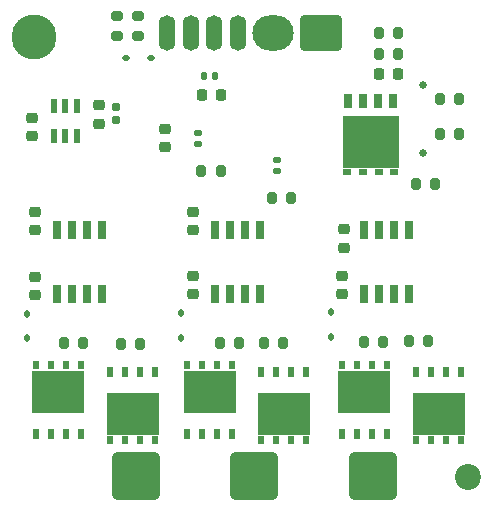
<source format=gbs>
%TF.GenerationSoftware,KiCad,Pcbnew,9.0.0*%
%TF.CreationDate,2025-04-09T22:07:22+02:00*%
%TF.ProjectId,ESC,4553432e-6b69-4636-9164-5f7063625858,rev?*%
%TF.SameCoordinates,Original*%
%TF.FileFunction,Soldermask,Bot*%
%TF.FilePolarity,Negative*%
%FSLAX45Y45*%
G04 Gerber Fmt 4.5, Leading zero omitted, Abs format (unit mm)*
G04 Created by KiCad (PCBNEW 9.0.0) date 2025-04-09 22:07:22*
%MOMM*%
%LPD*%
G01*
G04 APERTURE LIST*
G04 Aperture macros list*
%AMRoundRect*
0 Rectangle with rounded corners*
0 $1 Rounding radius*
0 $2 $3 $4 $5 $6 $7 $8 $9 X,Y pos of 4 corners*
0 Add a 4 corners polygon primitive as box body*
4,1,4,$2,$3,$4,$5,$6,$7,$8,$9,$2,$3,0*
0 Add four circle primitives for the rounded corners*
1,1,$1+$1,$2,$3*
1,1,$1+$1,$4,$5*
1,1,$1+$1,$6,$7*
1,1,$1+$1,$8,$9*
0 Add four rect primitives between the rounded corners*
20,1,$1+$1,$2,$3,$4,$5,0*
20,1,$1+$1,$4,$5,$6,$7,0*
20,1,$1+$1,$6,$7,$8,$9,0*
20,1,$1+$1,$8,$9,$2,$3,0*%
G04 Aperture macros list end*
%ADD10RoundRect,0.333333X1.666667X1.666667X-1.666667X1.666667X-1.666667X-1.666667X1.666667X-1.666667X0*%
%ADD11C,3.800000*%
%ADD12C,2.200000*%
%ADD13C,0.650000*%
%ADD14O,1.400000X3.000000*%
%ADD15RoundRect,0.250000X1.500000X1.250000X-1.500000X1.250000X-1.500000X-1.250000X1.500000X-1.250000X0*%
%ADD16O,3.500000X3.000000*%
%ADD17RoundRect,0.225000X-0.250000X0.225000X-0.250000X-0.225000X0.250000X-0.225000X0.250000X0.225000X0*%
%ADD18R,0.500000X0.925000*%
%ADD19R,0.600000X0.800000*%
%ADD20R,4.410000X3.655000*%
%ADD21RoundRect,0.200000X-0.200000X-0.275000X0.200000X-0.275000X0.200000X0.275000X-0.200000X0.275000X0*%
%ADD22RoundRect,0.225000X0.250000X-0.225000X0.250000X0.225000X-0.250000X0.225000X-0.250000X-0.225000X0*%
%ADD23RoundRect,0.200000X0.275000X-0.200000X0.275000X0.200000X-0.275000X0.200000X-0.275000X-0.200000X0*%
%ADD24RoundRect,0.112500X-0.187500X-0.112500X0.187500X-0.112500X0.187500X0.112500X-0.187500X0.112500X0*%
%ADD25RoundRect,0.140000X-0.170000X0.140000X-0.170000X-0.140000X0.170000X-0.140000X0.170000X0.140000X0*%
%ADD26R,0.700000X1.525000*%
%ADD27RoundRect,0.155000X0.155000X-0.212500X0.155000X0.212500X-0.155000X0.212500X-0.155000X-0.212500X0*%
%ADD28RoundRect,0.140000X0.140000X0.170000X-0.140000X0.170000X-0.140000X-0.170000X0.140000X-0.170000X0*%
%ADD29RoundRect,0.112500X-0.112500X0.187500X-0.112500X-0.187500X0.112500X-0.187500X0.112500X0.187500X0*%
%ADD30RoundRect,0.225000X0.225000X0.250000X-0.225000X0.250000X-0.225000X-0.250000X0.225000X-0.250000X0*%
%ADD31R,0.700000X0.500000*%
%ADD32R,4.700000X4.500000*%
%ADD33R,0.650000X1.200000*%
%ADD34RoundRect,0.200000X0.200000X0.275000X-0.200000X0.275000X-0.200000X-0.275000X0.200000X-0.275000X0*%
%ADD35R,0.600000X1.250000*%
G04 APERTURE END LIST*
D10*
%TO.C,C25*%
X5140000Y-6101000D03*
X4140000Y-6100000D03*
X3140000Y-6100000D03*
%TD*%
D11*
%TO.C,H1*%
X2275000Y-2385000D03*
%TD*%
D12*
%TO.C,H2*%
X5950000Y-6105000D03*
%TD*%
D13*
%TO.C,J1*%
X5567500Y-3364000D03*
X5567500Y-2786000D03*
%TD*%
D14*
%TO.C,C24*%
X4000000Y-2350000D03*
X3800000Y-2350000D03*
X3600000Y-2350000D03*
X3400000Y-2350000D03*
D15*
X4700000Y-2351000D03*
D16*
X4300000Y-2350000D03*
%TD*%
D17*
%TO.C,C3*%
X4880000Y-4402500D03*
X4880000Y-4557500D03*
%TD*%
D18*
%TO.C,Q7*%
X4199500Y-5218700D03*
X4326500Y-5218700D03*
X4453500Y-5218700D03*
X4580500Y-5218700D03*
D19*
X4199500Y-5797500D03*
X4326500Y-5797500D03*
D20*
X4390000Y-5574800D03*
D19*
X4453500Y-5797500D03*
X4580500Y-5797500D03*
%TD*%
D21*
%TO.C,R7*%
X4287500Y-3750000D03*
X4452500Y-3750000D03*
%TD*%
D22*
%TO.C,C5*%
X2821000Y-3117500D03*
X2821000Y-2962500D03*
%TD*%
D23*
%TO.C,R26*%
X3155000Y-2372500D03*
X3155000Y-2207500D03*
%TD*%
D21*
%TO.C,R5*%
X5707500Y-3200000D03*
X5872500Y-3200000D03*
%TD*%
D17*
%TO.C,C15*%
X2280000Y-4412500D03*
X2280000Y-4567500D03*
%TD*%
D24*
%TO.C,D2*%
X3055000Y-2560000D03*
X3265000Y-2560000D03*
%TD*%
D25*
%TO.C,C21*%
X4330000Y-3422000D03*
X4330000Y-3518000D03*
%TD*%
D26*
%TO.C,IC4*%
X2469500Y-4018800D03*
X2596500Y-4018800D03*
X2723500Y-4018800D03*
X2850500Y-4018800D03*
X2850500Y-4561200D03*
X2723500Y-4561200D03*
X2596500Y-4561200D03*
X2469500Y-4561200D03*
%TD*%
D18*
%TO.C,Q9*%
X5260500Y-5741300D03*
X5133500Y-5741300D03*
X5006500Y-5741300D03*
X4879500Y-5741300D03*
D19*
X5260500Y-5162500D03*
X5133500Y-5162500D03*
D20*
X5070000Y-5385200D03*
D19*
X5006500Y-5162500D03*
X4879500Y-5162500D03*
%TD*%
D17*
%TO.C,C10*%
X2254000Y-3069500D03*
X2254000Y-3224500D03*
%TD*%
D21*
%TO.C,R9*%
X3847500Y-4975000D03*
X4012500Y-4975000D03*
%TD*%
D27*
%TO.C,C13*%
X2966000Y-3086750D03*
X2966000Y-2973250D03*
%TD*%
D28*
%TO.C,C20*%
X3808000Y-2710000D03*
X3712000Y-2710000D03*
%TD*%
D23*
%TO.C,R25*%
X2980000Y-2372500D03*
X2980000Y-2207500D03*
%TD*%
D22*
%TO.C,C4*%
X4900000Y-4167500D03*
X4900000Y-4012500D03*
%TD*%
D29*
%TO.C,D4*%
X2215000Y-4725000D03*
X2215000Y-4935000D03*
%TD*%
D17*
%TO.C,C18*%
X3380000Y-3162500D03*
X3380000Y-3317500D03*
%TD*%
D21*
%TO.C,R8*%
X3687500Y-3520000D03*
X3852500Y-3520000D03*
%TD*%
D17*
%TO.C,C6*%
X3619500Y-3862500D03*
X3619500Y-4017500D03*
%TD*%
D21*
%TO.C,R18*%
X3007500Y-4980000D03*
X3172500Y-4980000D03*
%TD*%
D26*
%TO.C,IC3*%
X5069500Y-4018800D03*
X5196500Y-4018800D03*
X5323500Y-4018800D03*
X5450500Y-4018800D03*
X5450500Y-4561200D03*
X5323500Y-4561200D03*
X5196500Y-4561200D03*
X5069500Y-4561200D03*
%TD*%
D18*
%TO.C,Q6*%
X5509500Y-5218700D03*
X5636500Y-5218700D03*
X5763500Y-5218700D03*
X5890500Y-5218700D03*
D19*
X5509500Y-5797500D03*
X5636500Y-5797500D03*
D20*
X5700000Y-5574800D03*
D19*
X5763500Y-5797500D03*
X5890500Y-5797500D03*
%TD*%
D18*
%TO.C,Q11*%
X2670500Y-5741300D03*
X2543500Y-5741300D03*
X2416500Y-5741300D03*
X2289500Y-5741300D03*
D19*
X2670500Y-5162500D03*
X2543500Y-5162500D03*
D20*
X2480000Y-5385200D03*
D19*
X2416500Y-5162500D03*
X2289500Y-5162500D03*
%TD*%
D30*
%TO.C,C22*%
X3855000Y-2872500D03*
X3700000Y-2872500D03*
%TD*%
D31*
%TO.C,Q2*%
X4925500Y-3525000D03*
X5058500Y-3525000D03*
D32*
X5125000Y-3275000D03*
D31*
X5191500Y-3525000D03*
X5324500Y-3525000D03*
D33*
X5315500Y-2925000D03*
X4934500Y-2925000D03*
X5061500Y-2925000D03*
X5188500Y-2925000D03*
%TD*%
D21*
%TO.C,R3*%
X5447500Y-4960000D03*
X5612500Y-4960000D03*
%TD*%
D25*
%TO.C,C19*%
X3660000Y-3192000D03*
X3660000Y-3288000D03*
%TD*%
D34*
%TO.C,R2*%
X5232500Y-4965000D03*
X5067500Y-4965000D03*
%TD*%
D21*
%TO.C,R10*%
X4217500Y-4970000D03*
X4382500Y-4970000D03*
%TD*%
D29*
%TO.C,D1*%
X4785000Y-4712500D03*
X4785000Y-4922500D03*
%TD*%
D21*
%TO.C,R6*%
X5707500Y-2910000D03*
X5872500Y-2910000D03*
%TD*%
D35*
%TO.C,IC2*%
X2445000Y-2970000D03*
X2540000Y-2970000D03*
X2635000Y-2970000D03*
X2635000Y-3220000D03*
X2540000Y-3220000D03*
X2445000Y-3220000D03*
%TD*%
D17*
%TO.C,C14*%
X2280000Y-3865000D03*
X2280000Y-4020000D03*
%TD*%
D34*
%TO.C,R27*%
X5672500Y-3630000D03*
X5507500Y-3630000D03*
%TD*%
D17*
%TO.C,C7*%
X3620000Y-4405000D03*
X3620000Y-4560000D03*
%TD*%
D34*
%TO.C,R23*%
X5357500Y-2525000D03*
X5192500Y-2525000D03*
%TD*%
D29*
%TO.C,D3*%
X3520000Y-4720000D03*
X3520000Y-4930000D03*
%TD*%
D30*
%TO.C,C28*%
X5352500Y-2700000D03*
X5197500Y-2700000D03*
%TD*%
D21*
%TO.C,R17*%
X2527500Y-4970000D03*
X2692500Y-4970000D03*
%TD*%
D26*
%TO.C,IC1*%
X3809500Y-4018800D03*
X3936500Y-4018800D03*
X4063500Y-4018800D03*
X4190500Y-4018800D03*
X4190500Y-4561200D03*
X4063500Y-4561200D03*
X3936500Y-4561200D03*
X3809500Y-4561200D03*
%TD*%
D18*
%TO.C,Q8*%
X2919500Y-5218700D03*
X3046500Y-5218700D03*
X3173500Y-5218700D03*
X3300500Y-5218700D03*
D19*
X2919500Y-5797500D03*
X3046500Y-5797500D03*
D20*
X3110000Y-5574800D03*
D19*
X3173500Y-5797500D03*
X3300500Y-5797500D03*
%TD*%
D18*
%TO.C,Q10*%
X3950500Y-5741300D03*
X3823500Y-5741300D03*
X3696500Y-5741300D03*
X3569500Y-5741300D03*
D19*
X3950500Y-5162500D03*
X3823500Y-5162500D03*
D20*
X3760000Y-5385200D03*
D19*
X3696500Y-5162500D03*
X3569500Y-5162500D03*
%TD*%
D21*
%TO.C,R24*%
X5192500Y-2350000D03*
X5357500Y-2350000D03*
%TD*%
M02*

</source>
